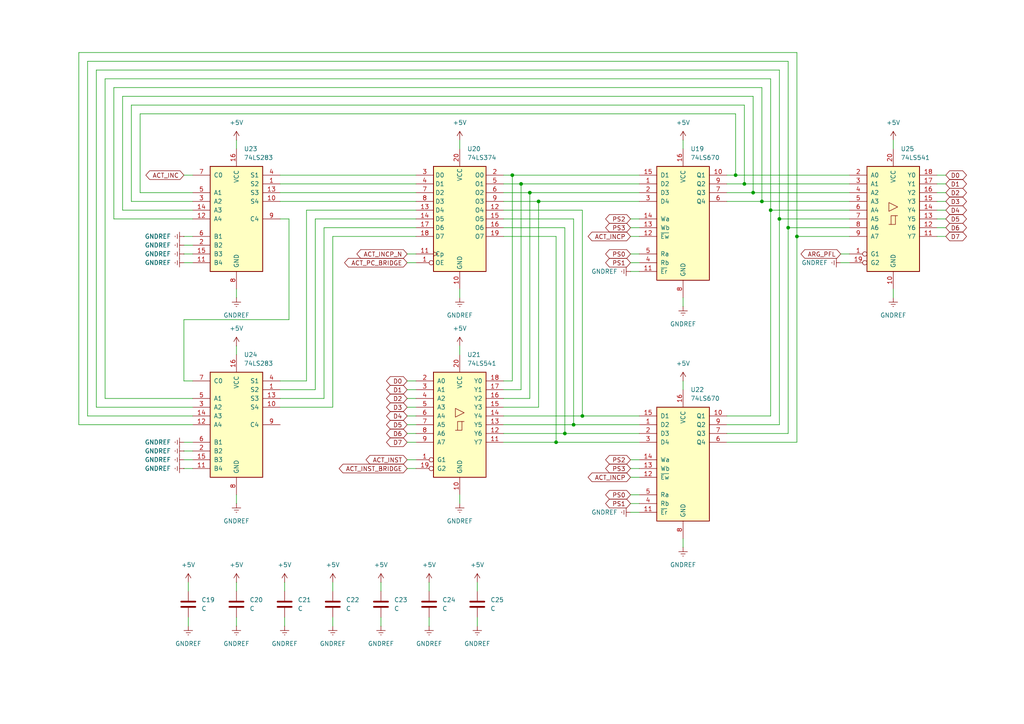
<source format=kicad_sch>
(kicad_sch (version 20250114) (generator "eeschema") (generator_version "9.0")
  (paper "A4")
  (lib_symbols
    (symbol "74xx:74LS283" (pin_names (offset 1.016))
      (property "Reference" "U" (at -7.62 16.51 0))
      (property "Value" "74LS283" (at -7.62 -16.51 0))
      (symbol "74LS283_1_0"
        (pin input line (at -12.7 12.7 0) (length 5.08) (name "C0") (number "7"))
        (pin input line (at -12.7 7.62 0) (length 5.08) (name "A1") (number "5"))
        (pin input line (at -12.7 5.08 0) (length 5.08) (name "A2") (number "3"))
        (pin input line (at -12.7 2.54 0) (length 5.08) (name "A3") (number "14"))
        (pin input line (at -12.7 0 0) (length 5.08) (name "A4") (number "12"))
        (pin input line (at -12.7 -5.08 0) (length 5.08) (name "B1") (number "6"))
        (pin input line (at -12.7 -7.62 0) (length 5.08) (name "B2") (number "2"))
        (pin input line (at -12.7 -10.16 0) (length 5.08) (name "B3") (number "15"))
        (pin input line (at -12.7 -12.7 0) (length 5.08) (name "B4") (number "11"))
        (pin power_in line (at 0 20.32 270) (length 5.08) (name "VCC") (number "16"))
        (pin power_in line (at 0 -20.32 90) (length 5.08) (name "GND") (number "8"))
        (pin output line (at 12.7 12.7 180) (length 5.08) (name "S1") (number "4"))
        (pin output line (at 12.7 10.16 180) (length 5.08) (name "S2") (number "1"))
        (pin output line (at 12.7 7.62 180) (length 5.08) (name "S3") (number "13"))
        (pin output line (at 12.7 5.08 180) (length 5.08) (name "S4") (number "10"))
        (pin output line (at 12.7 0 180) (length 5.08) (name "C4") (number "9"))
      )
      (symbol "74LS283_1_1"
        (rectangle (start -7.62 15.24) (end 7.62 -15.24) (stroke (width 0.254)) (fill (type background)))
      )
    )
    (symbol "74xx:74LS374"
      (property "Reference" "U" (at -7.62 16.51 0))
      (property "Value" "74LS374" (at -7.62 -16.51 0))
      (symbol "74LS374_1_0"
        (pin input line (at -12.7 12.7 0) (length 5.08) (name "D0") (number "3"))
        (pin input line (at -12.7 10.16 0) (length 5.08) (name "D1") (number "4"))
        (pin input line (at -12.7 7.62 0) (length 5.08) (name "D2") (number "7"))
        (pin input line (at -12.7 5.08 0) (length 5.08) (name "D3") (number "8"))
        (pin input line (at -12.7 2.54 0) (length 5.08) (name "D4") (number "13"))
        (pin input line (at -12.7 0 0) (length 5.08) (name "D5") (number "14"))
        (pin input line (at -12.7 -2.54 0) (length 5.08) (name "D6") (number "17"))
        (pin input line (at -12.7 -5.08 0) (length 5.08) (name "D7") (number "18"))
        (pin input clock (at -12.7 -10.16 0) (length 5.08) (name "Cp") (number "11"))
        (pin input inverted (at -12.7 -12.7 0) (length 5.08) (name "OE") (number "1"))
        (pin power_in line (at 0 20.32 270) (length 5.08) (name "VCC") (number "20"))
        (pin power_in line (at 0 -20.32 90) (length 5.08) (name "GND") (number "10"))
        (pin tri_state line (at 12.7 12.7 180) (length 5.08) (name "O0") (number "2"))
        (pin tri_state line (at 12.7 10.16 180) (length 5.08) (name "O1") (number "5"))
        (pin tri_state line (at 12.7 7.62 180) (length 5.08) (name "O2") (number "6"))
        (pin tri_state line (at 12.7 5.08 180) (length 5.08) (name "O3") (number "9"))
        (pin tri_state line (at 12.7 2.54 180) (length 5.08) (name "O4") (number "12"))
        (pin tri_state line (at 12.7 0 180) (length 5.08) (name "O5") (number "15"))
        (pin tri_state line (at 12.7 -2.54 180) (length 5.08) (name "O6") (number "16"))
        (pin tri_state line (at 12.7 -5.08 180) (length 5.08) (name "O7") (number "19"))
      )
      (symbol "74LS374_1_1"
        (rectangle (start -7.62 15.24) (end 7.62 -15.24) (stroke (width 0.254)) (fill (type background)))
      )
    )
    (symbol "74xx:74LS541" (pin_names (offset 1.016))
      (property "Reference" "U" (at -7.62 16.51 0))
      (property "Value" "74LS541" (at -7.62 -16.51 0))
      (symbol "74LS541_1_0"
        (polyline (pts (xy -1.27 -1.6002) (xy 0.635 -1.6002) (xy 0.635 0.9398) (xy 1.27 0.9398)))
        (polyline (pts (xy -0.635 -1.6002) (xy -0.635 0.9398) (xy 0.635 0.9398)))
        (polyline (pts (xy 1.27 3.4798) (xy -1.27 4.7498) (xy -1.27 2.2098) (xy 1.27 3.4798)) (stroke (width 0.1524)))
        (pin input line (at -12.7 12.7 0) (length 5.08) (name "A0") (number "2"))
        (pin input line (at -12.7 10.16 0) (length 5.08) (name "A1") (number "3"))
        (pin input line (at -12.7 7.62 0) (length 5.08) (name "A2") (number "4"))
        (pin input line (at -12.7 5.08 0) (length 5.08) (name "A3") (number "5"))
        (pin input line (at -12.7 2.54 0) (length 5.08) (name "A4") (number "6"))
        (pin input line (at -12.7 0 0) (length 5.08) (name "A5") (number "7"))
        (pin input line (at -12.7 -2.54 0) (length 5.08) (name "A6") (number "8"))
        (pin input line (at -12.7 -5.08 0) (length 5.08) (name "A7") (number "9"))
        (pin input inverted (at -12.7 -10.16 0) (length 5.08) (name "G1") (number "1"))
        (pin input inverted (at -12.7 -12.7 0) (length 5.08) (name "G2") (number "19"))
        (pin power_in line (at 0 20.32 270) (length 5.08) (name "VCC") (number "20"))
        (pin power_in line (at 0 -20.32 90) (length 5.08) (name "GND") (number "10"))
        (pin tri_state line (at 12.7 12.7 180) (length 5.08) (name "Y0") (number "18"))
        (pin tri_state line (at 12.7 10.16 180) (length 5.08) (name "Y1") (number "17"))
        (pin tri_state line (at 12.7 7.62 180) (length 5.08) (name "Y2") (number "16"))
        (pin tri_state line (at 12.7 5.08 180) (length 5.08) (name "Y3") (number "15"))
        (pin tri_state line (at 12.7 2.54 180) (length 5.08) (name "Y4") (number "14"))
        (pin tri_state line (at 12.7 0 180) (length 5.08) (name "Y5") (number "13"))
        (pin tri_state line (at 12.7 -2.54 180) (length 5.08) (name "Y6") (number "12"))
        (pin tri_state line (at 12.7 -5.08 180) (length 5.08) (name "Y7") (number "11"))
      )
      (symbol "74LS541_1_1"
        (rectangle (start -7.62 15.24) (end 7.62 -15.24) (stroke (width 0.254)) (fill (type background)))
      )
    )
    (symbol "74xx:74LS670" (pin_names (offset 1.016))
      (property "Reference" "U" (at -7.62 16.51 0))
      (property "Value" "74LS670" (at -7.62 -19.05 0))
      (symbol "74LS670_1_0"
        (pin input line (at -12.7 12.7 0) (length 5.08) (name "D1") (number "15"))
        (pin input line (at -12.7 10.16 0) (length 5.08) (name "D2") (number "1"))
        (pin input line (at -12.7 7.62 0) (length 5.08) (name "D3") (number "2"))
        (pin input line (at -12.7 5.08 0) (length 5.08) (name "D4") (number "3"))
        (pin input line (at -12.7 0 0) (length 5.08) (name "Wa") (number "14"))
        (pin input line (at -12.7 -2.54 0) (length 5.08) (name "Wb") (number "13"))
        (pin input line (at -12.7 -5.08 0) (length 5.08) (name "~{Ew}") (number "12"))
        (pin input line (at -12.7 -10.16 0) (length 5.08) (name "Ra") (number "5"))
        (pin input line (at -12.7 -12.7 0) (length 5.08) (name "Rb") (number "4"))
        (pin input line (at -12.7 -15.24 0) (length 5.08) (name "~{Er}") (number "11"))
        (pin power_in line (at 0 20.32 270) (length 5.08) (name "VCC") (number "16"))
        (pin power_in line (at 0 -22.86 90) (length 5.08) (name "GND") (number "8"))
        (pin tri_state line (at 12.7 12.7 180) (length 5.08) (name "Q1") (number "10"))
        (pin tri_state line (at 12.7 10.16 180) (length 5.08) (name "Q2") (number "9"))
        (pin tri_state line (at 12.7 7.62 180) (length 5.08) (name "Q3") (number "7"))
        (pin tri_state line (at 12.7 5.08 180) (length 5.08) (name "Q4") (number "6"))
      )
      (symbol "74LS670_1_1"
        (rectangle (start -7.62 15.24) (end 7.62 -17.78) (stroke (width 0.254)) (fill (type background)))
      )
    )
    (symbol "Device:C" (pin_numbers (hide yes)) (pin_names (offset 0.254))
      (property "Reference" "C" (at 0.635 2.54 0))
      (property "Value" "C" (at 0.635 -2.54 0))
      (symbol "C_0_1"
        (polyline (pts (xy -2.032 0.762) (xy 2.032 0.762)) (stroke (width 0.508)))
        (polyline (pts (xy -2.032 -0.762) (xy 2.032 -0.762)) (stroke (width 0.508)))
      )
      (symbol "C_1_1"
        (pin passive line (at 0 3.81 270) (length 2.794) (name "~") (number "1"))
        (pin passive line (at 0 -3.81 90) (length 2.794) (name "~") (number "2"))
      )
    )
    (symbol "power:+5V" (power) (pin_numbers (hide yes)) (pin_names (offset 0) (hide yes))
      (property "Value" "+5V" (at 0 3.556 0))
      (symbol "+5V_0_1"
        (polyline (pts (xy -0.762 1.27) (xy 0 2.54)))
        (polyline (pts (xy 0 2.54) (xy 0.762 1.27)))
        (polyline (pts (xy 0 0) (xy 0 2.54)))
      )
      (symbol "+5V_1_1"
        (pin power_in line (at 0 0 90) (length 0) (name "~") (number "1"))
      )
    )
    (symbol "power:GNDREF" (power) (pin_numbers (hide yes)) (pin_names (offset 0) (hide yes))
      (property "Value" "GNDREF" (at 0 -3.81 0))
      (symbol "GNDREF_0_1"
        (polyline (pts (xy -0.635 -1.905) (xy 0.635 -1.905)))
        (polyline (pts (xy -0.127 -2.54) (xy 0.127 -2.54)))
        (polyline (pts (xy 0 -1.27) (xy 0 0)))
        (polyline (pts (xy 1.27 -1.27) (xy -1.27 -1.27)))
      )
      (symbol "GNDREF_1_1"
        (pin power_in line (at 0 0 270) (length 0) (name "~") (number "1"))
      )
    )
  )
  (junction (at 215.9 53.34))
  (junction (at 168.91 120.65))
  (junction (at 223.52 60.96))
  (junction (at 156.21 58.42))
  (junction (at 161.29 128.27))
  (junction (at 148.59 50.8))
  (junction (at 213.36 50.8))
  (junction (at 163.83 125.73))
  (junction (at 220.98 58.42))
  (junction (at 166.37 123.19))
  (junction (at 228.6 66.04))
  (junction (at 153.67 55.88))
  (junction (at 231.14 68.58))
  (junction (at 151.13 53.34))
  (junction (at 218.44 55.88))
  (junction (at 226.06 63.5))
  (wire (pts (xy 118.11 73.66) (xy 120.65 73.66)))
  (wire (pts (xy 96.52 168.91) (xy 96.52 171.45)))
  (wire (pts (xy 88.9 60.96) (xy 120.65 60.96)))
  (wire (pts (xy 30.48 115.57) (xy 55.88 115.57)))
  (wire (pts (xy 182.88 148.59) (xy 185.42 148.59)))
  (wire (pts (xy 133.35 83.82) (xy 133.35 86.36)))
  (wire (pts (xy 110.49 168.91) (xy 110.49 171.45)))
  (wire (pts (xy 38.1 58.42) (xy 55.88 58.42)))
  (wire (pts (xy 110.49 179.07) (xy 110.49 181.61)))
  (wire (pts (xy 40.64 33.02) (xy 40.64 55.88)))
  (wire (pts (xy 118.11 123.19) (xy 120.65 123.19)))
  (wire (pts (xy 146.05 125.73) (xy 163.83 125.73)))
  (wire (pts (xy 118.11 120.65) (xy 120.65 120.65)))
  (wire (pts (xy 218.44 27.94) (xy 218.44 55.88)))
  (wire (pts (xy 118.11 125.73) (xy 120.65 125.73)))
  (wire (pts (xy 30.48 22.86) (xy 30.48 115.57)))
  (wire (pts (xy 96.52 179.07) (xy 96.52 181.61)))
  (wire (pts (xy 182.88 66.04) (xy 185.42 66.04)))
  (wire (pts (xy 93.98 115.57) (xy 81.28 115.57)))
  (wire (pts (xy 93.98 66.04) (xy 93.98 115.57)))
  (wire (pts (xy 118.11 118.11) (xy 120.65 118.11)))
  (wire (pts (xy 53.34 110.49) (xy 55.88 110.49)))
  (wire (pts (xy 259.08 83.82) (xy 259.08 86.36)))
  (wire (pts (xy 243.84 73.66) (xy 246.38 73.66)))
  (wire (pts (xy 68.58 83.82) (xy 68.58 86.36)))
  (wire (pts (xy 133.35 100.33) (xy 133.35 102.87)))
  (wire (pts (xy 40.64 55.88) (xy 55.88 55.88)))
  (wire (pts (xy 146.05 123.19) (xy 166.37 123.19)))
  (wire (pts (xy 182.88 143.51) (xy 185.42 143.51)))
  (wire (pts (xy 182.88 133.35) (xy 185.42 133.35)))
  (wire (pts (xy 226.06 20.32) (xy 226.06 63.5)))
  (wire (pts (xy 118.11 113.03) (xy 120.65 113.03)))
  (wire (pts (xy 156.21 118.11) (xy 156.21 58.42)))
  (wire (pts (xy 81.28 53.34) (xy 120.65 53.34)))
  (wire (pts (xy 146.05 68.58) (xy 161.29 68.58)))
  (wire (pts (xy 118.11 135.89) (xy 120.65 135.89)))
  (wire (pts (xy 68.58 40.64) (xy 68.58 43.18)))
  (wire (pts (xy 146.05 55.88) (xy 153.67 55.88)))
  (wire (pts (xy 213.36 50.8) (xy 246.38 50.8)))
  (wire (pts (xy 161.29 128.27) (xy 185.42 128.27)))
  (wire (pts (xy 38.1 30.48) (xy 38.1 58.42)))
  (wire (pts (xy 133.35 40.64) (xy 133.35 43.18)))
  (wire (pts (xy 198.12 40.64) (xy 198.12 43.18)))
  (wire (pts (xy 215.9 30.48) (xy 38.1 30.48)))
  (wire (pts (xy 213.36 50.8) (xy 213.36 33.02)))
  (wire (pts (xy 53.34 50.8) (xy 55.88 50.8)))
  (wire (pts (xy 68.58 143.51) (xy 68.58 146.05)))
  (wire (pts (xy 153.67 55.88) (xy 185.42 55.88)))
  (wire (pts (xy 146.05 110.49) (xy 148.59 110.49)))
  (wire (pts (xy 138.43 168.91) (xy 138.43 171.45)))
  (wire (pts (xy 231.14 128.27) (xy 231.14 68.58)))
  (wire (pts (xy 182.88 146.05) (xy 185.42 146.05)))
  (wire (pts (xy 223.52 60.96) (xy 223.52 22.86)))
  (wire (pts (xy 148.59 50.8) (xy 185.42 50.8)))
  (wire (pts (xy 215.9 53.34) (xy 215.9 30.48)))
  (wire (pts (xy 274.32 53.34) (xy 271.78 53.34)))
  (wire (pts (xy 274.32 58.42) (xy 271.78 58.42)))
  (wire (pts (xy 228.6 17.78) (xy 25.4 17.78)))
  (wire (pts (xy 163.83 66.04) (xy 163.83 125.73)))
  (wire (pts (xy 163.83 125.73) (xy 185.42 125.73)))
  (wire (pts (xy 53.34 71.12) (xy 55.88 71.12)))
  (wire (pts (xy 53.34 133.35) (xy 55.88 133.35)))
  (wire (pts (xy 53.34 135.89) (xy 55.88 135.89)))
  (wire (pts (xy 55.88 60.96) (xy 35.56 60.96)))
  (wire (pts (xy 259.08 40.64) (xy 259.08 43.18)))
  (wire (pts (xy 223.52 60.96) (xy 246.38 60.96)))
  (wire (pts (xy 146.05 118.11) (xy 156.21 118.11)))
  (wire (pts (xy 210.82 125.73) (xy 228.6 125.73)))
  (wire (pts (xy 81.28 50.8) (xy 120.65 50.8)))
  (wire (pts (xy 27.94 118.11) (xy 27.94 20.32)))
  (wire (pts (xy 220.98 58.42) (xy 246.38 58.42)))
  (wire (pts (xy 81.28 118.11) (xy 96.52 118.11)))
  (wire (pts (xy 210.82 128.27) (xy 231.14 128.27)))
  (wire (pts (xy 133.35 143.51) (xy 133.35 146.05)))
  (wire (pts (xy 81.28 113.03) (xy 91.44 113.03)))
  (wire (pts (xy 53.34 130.81) (xy 55.88 130.81)))
  (wire (pts (xy 82.55 179.07) (xy 82.55 181.61)))
  (wire (pts (xy 226.06 63.5) (xy 246.38 63.5)))
  (wire (pts (xy 168.91 120.65) (xy 185.42 120.65)))
  (wire (pts (xy 168.91 60.96) (xy 168.91 120.65)))
  (wire (pts (xy 55.88 123.19) (xy 22.86 123.19)))
  (wire (pts (xy 91.44 63.5) (xy 120.65 63.5)))
  (wire (pts (xy 54.61 168.91) (xy 54.61 171.45)))
  (wire (pts (xy 218.44 55.88) (xy 246.38 55.88)))
  (wire (pts (xy 53.34 128.27) (xy 55.88 128.27)))
  (wire (pts (xy 274.32 66.04) (xy 271.78 66.04)))
  (wire (pts (xy 220.98 58.42) (xy 220.98 25.4)))
  (wire (pts (xy 220.98 25.4) (xy 33.02 25.4)))
  (wire (pts (xy 274.32 50.8) (xy 271.78 50.8)))
  (wire (pts (xy 226.06 123.19) (xy 210.82 123.19)))
  (wire (pts (xy 210.82 120.65) (xy 223.52 120.65)))
  (wire (pts (xy 124.46 168.91) (xy 124.46 171.45)))
  (wire (pts (xy 210.82 58.42) (xy 220.98 58.42)))
  (wire (pts (xy 91.44 113.03) (xy 91.44 63.5)))
  (wire (pts (xy 33.02 63.5) (xy 55.88 63.5)))
  (wire (pts (xy 153.67 115.57) (xy 153.67 55.88)))
  (wire (pts (xy 53.34 73.66) (xy 55.88 73.66)))
  (wire (pts (xy 182.88 73.66) (xy 185.42 73.66)))
  (wire (pts (xy 55.88 118.11) (xy 27.94 118.11)))
  (wire (pts (xy 151.13 113.03) (xy 151.13 53.34)))
  (wire (pts (xy 118.11 133.35) (xy 120.65 133.35)))
  (wire (pts (xy 166.37 123.19) (xy 185.42 123.19)))
  (wire (pts (xy 215.9 53.34) (xy 246.38 53.34)))
  (wire (pts (xy 54.61 179.07) (xy 54.61 181.61)))
  (wire (pts (xy 223.52 22.86) (xy 30.48 22.86)))
  (wire (pts (xy 68.58 100.33) (xy 68.58 102.87)))
  (wire (pts (xy 83.82 63.5) (xy 83.82 92.71)))
  (wire (pts (xy 25.4 17.78) (xy 25.4 120.65)))
  (wire (pts (xy 231.14 68.58) (xy 246.38 68.58)))
  (wire (pts (xy 243.84 76.2) (xy 246.38 76.2)))
  (wire (pts (xy 274.32 60.96) (xy 271.78 60.96)))
  (wire (pts (xy 83.82 63.5) (xy 81.28 63.5)))
  (wire (pts (xy 81.28 55.88) (xy 120.65 55.88)))
  (wire (pts (xy 82.55 168.91) (xy 82.55 171.45)))
  (wire (pts (xy 182.88 135.89) (xy 185.42 135.89)))
  (wire (pts (xy 33.02 25.4) (xy 33.02 63.5)))
  (wire (pts (xy 182.88 63.5) (xy 185.42 63.5)))
  (wire (pts (xy 96.52 68.58) (xy 120.65 68.58)))
  (wire (pts (xy 68.58 179.07) (xy 68.58 181.61)))
  (wire (pts (xy 88.9 110.49) (xy 88.9 60.96)))
  (wire (pts (xy 118.11 76.2) (xy 120.65 76.2)))
  (wire (pts (xy 146.05 53.34) (xy 151.13 53.34)))
  (wire (pts (xy 210.82 53.34) (xy 215.9 53.34)))
  (wire (pts (xy 231.14 15.24) (xy 22.86 15.24)))
  (wire (pts (xy 182.88 78.74) (xy 185.42 78.74)))
  (wire (pts (xy 146.05 63.5) (xy 166.37 63.5)))
  (wire (pts (xy 274.32 68.58) (xy 271.78 68.58)))
  (wire (pts (xy 146.05 50.8) (xy 148.59 50.8)))
  (wire (pts (xy 146.05 113.03) (xy 151.13 113.03)))
  (wire (pts (xy 151.13 53.34) (xy 185.42 53.34)))
  (wire (pts (xy 148.59 50.8) (xy 148.59 110.49)))
  (wire (pts (xy 182.88 68.58) (xy 185.42 68.58)))
  (wire (pts (xy 35.56 60.96) (xy 35.56 27.94)))
  (wire (pts (xy 22.86 123.19) (xy 22.86 15.24)))
  (wire (pts (xy 182.88 76.2) (xy 185.42 76.2)))
  (wire (pts (xy 228.6 125.73) (xy 228.6 66.04)))
  (wire (pts (xy 118.11 115.57) (xy 120.65 115.57)))
  (wire (pts (xy 198.12 86.36) (xy 198.12 88.9)))
  (wire (pts (xy 146.05 115.57) (xy 153.67 115.57)))
  (wire (pts (xy 274.32 55.88) (xy 271.78 55.88)))
  (wire (pts (xy 161.29 68.58) (xy 161.29 128.27)))
  (wire (pts (xy 53.34 92.71) (xy 53.34 110.49)))
  (wire (pts (xy 146.05 60.96) (xy 168.91 60.96)))
  (wire (pts (xy 25.4 120.65) (xy 55.88 120.65)))
  (wire (pts (xy 83.82 92.71) (xy 53.34 92.71)))
  (wire (pts (xy 118.11 110.49) (xy 120.65 110.49)))
  (wire (pts (xy 226.06 63.5) (xy 226.06 123.19)))
  (wire (pts (xy 210.82 50.8) (xy 213.36 50.8)))
  (wire (pts (xy 27.94 20.32) (xy 226.06 20.32)))
  (wire (pts (xy 166.37 63.5) (xy 166.37 123.19)))
  (wire (pts (xy 81.28 58.42) (xy 120.65 58.42)))
  (wire (pts (xy 68.58 168.91) (xy 68.58 171.45)))
  (wire (pts (xy 156.21 58.42) (xy 185.42 58.42)))
  (wire (pts (xy 210.82 55.88) (xy 218.44 55.88)))
  (wire (pts (xy 228.6 66.04) (xy 246.38 66.04)))
  (wire (pts (xy 146.05 58.42) (xy 156.21 58.42)))
  (wire (pts (xy 138.43 179.07) (xy 138.43 181.61)))
  (wire (pts (xy 96.52 118.11) (xy 96.52 68.58)))
  (wire (pts (xy 118.11 128.27) (xy 120.65 128.27)))
  (wire (pts (xy 213.36 33.02) (xy 40.64 33.02)))
  (wire (pts (xy 223.52 120.65) (xy 223.52 60.96)))
  (wire (pts (xy 124.46 179.07) (xy 124.46 181.61)))
  (wire (pts (xy 274.32 63.5) (xy 271.78 63.5)))
  (wire (pts (xy 146.05 66.04) (xy 163.83 66.04)))
  (wire (pts (xy 228.6 66.04) (xy 228.6 17.78)))
  (wire (pts (xy 146.05 120.65) (xy 168.91 120.65)))
  (wire (pts (xy 35.56 27.94) (xy 218.44 27.94)))
  (wire (pts (xy 198.12 156.21) (xy 198.12 158.75)))
  (wire (pts (xy 198.12 110.49) (xy 198.12 113.03)))
  (wire (pts (xy 146.05 128.27) (xy 161.29 128.27)))
  (wire (pts (xy 182.88 138.43) (xy 185.42 138.43)))
  (wire (pts (xy 231.14 68.58) (xy 231.14 15.24)))
  (wire (pts (xy 53.34 76.2) (xy 55.88 76.2)))
  (wire (pts (xy 53.34 68.58) (xy 55.88 68.58)))
  (wire (pts (xy 81.28 110.49) (xy 88.9 110.49)))
  (wire (pts (xy 120.65 66.04) (xy 93.98 66.04)))
  (global_label "ACT_INCP_N" (shape bidirectional) (at 118.11 73.66 180) (property "Intersheetrefs" "${INTERSHEET_REFS}" (effects (hide yes))))
  (global_label "D2" (shape bidirectional) (at 274.32 55.88 0) (property "Intersheetrefs" "${INTERSHEET_REFS}" (effects (hide yes))))
  (global_label "D6" (shape bidirectional) (at 118.11 125.73 180) (property "Intersheetrefs" "${INTERSHEET_REFS}" (effects (hide yes))))
  (global_label "D5" (shape bidirectional) (at 274.32 63.5 0) (property "Intersheetrefs" "${INTERSHEET_REFS}" (effects (hide yes))))
  (global_label "D7" (shape bidirectional) (at 274.32 68.58 0) (property "Intersheetrefs" "${INTERSHEET_REFS}" (effects (hide yes))))
  (global_label "PS0" (shape bidirectional) (at 182.88 143.51 180) (property "Intersheetrefs" "${INTERSHEET_REFS}" (effects (hide yes))))
  (global_label "D1" (shape bidirectional) (at 118.11 113.03 180) (property "Intersheetrefs" "${INTERSHEET_REFS}" (effects (hide yes))))
  (global_label "D1" (shape bidirectional) (at 274.32 53.34 0) (property "Intersheetrefs" "${INTERSHEET_REFS}" (effects (hide yes))))
  (global_label "D4" (shape bidirectional) (at 274.32 60.96 0) (property "Intersheetrefs" "${INTERSHEET_REFS}" (effects (hide yes))))
  (global_label "D0" (shape bidirectional) (at 274.32 50.8 0) (property "Intersheetrefs" "${INTERSHEET_REFS}" (effects (hide yes))))
  (global_label "ACT_INCP" (shape bidirectional) (at 182.88 138.43 180) (property "Intersheetrefs" "${INTERSHEET_REFS}" (effects (hide yes))))
  (global_label "PS3" (shape bidirectional) (at 182.88 135.89 180) (property "Intersheetrefs" "${INTERSHEET_REFS}" (effects (hide yes))))
  (global_label "ACT_INST" (shape bidirectional) (at 118.11 133.35 180) (property "Intersheetrefs" "${INTERSHEET_REFS}" (effects (hide yes))))
  (global_label "PS0" (shape bidirectional) (at 182.88 73.66 180) (property "Intersheetrefs" "${INTERSHEET_REFS}" (effects (hide yes))))
  (global_label "PS1" (shape bidirectional) (at 182.88 146.05 180) (property "Intersheetrefs" "${INTERSHEET_REFS}" (effects (hide yes))))
  (global_label "ACT_INC" (shape bidirectional) (at 53.34 50.8 180) (property "Intersheetrefs" "${INTERSHEET_REFS}" (effects (hide yes))))
  (global_label "PS2" (shape bidirectional) (at 182.88 133.35 180) (property "Intersheetrefs" "${INTERSHEET_REFS}" (effects (hide yes))))
  (global_label "D4" (shape bidirectional) (at 118.11 120.65 180) (property "Intersheetrefs" "${INTERSHEET_REFS}" (effects (hide yes))))
  (global_label "D5" (shape bidirectional) (at 118.11 123.19 180) (property "Intersheetrefs" "${INTERSHEET_REFS}" (effects (hide yes))))
  (global_label "PS3" (shape bidirectional) (at 182.88 66.04 180) (property "Intersheetrefs" "${INTERSHEET_REFS}" (effects (hide yes))))
  (global_label "ACT_INCP" (shape bidirectional) (at 182.88 68.58 180) (property "Intersheetrefs" "${INTERSHEET_REFS}" (effects (hide yes))))
  (global_label "ARG_PFL" (shape bidirectional) (at 243.84 73.66 180) (property "Intersheetrefs" "${INTERSHEET_REFS}" (effects (hide yes))))
  (global_label "D7" (shape bidirectional) (at 118.11 128.27 180) (property "Intersheetrefs" "${INTERSHEET_REFS}" (effects (hide yes))))
  (global_label "D2" (shape bidirectional) (at 118.11 115.57 180) (property "Intersheetrefs" "${INTERSHEET_REFS}" (effects (hide yes))))
  (global_label "D3" (shape bidirectional) (at 274.32 58.42 0) (property "Intersheetrefs" "${INTERSHEET_REFS}" (effects (hide yes))))
  (global_label "ACT_INST_BRIDGE" (shape bidirectional) (at 118.11 135.89 180) (property "Intersheetrefs" "${INTERSHEET_REFS}" (effects (hide yes))))
  (global_label "ACT_PC_BRIDGE" (shape bidirectional) (at 118.11 76.2 180) (property "Intersheetrefs" "${INTERSHEET_REFS}" (effects (hide yes))))
  (global_label "PS2" (shape bidirectional) (at 182.88 63.5 180) (property "Intersheetrefs" "${INTERSHEET_REFS}" (effects (hide yes))))
  (global_label "PS1" (shape bidirectional) (at 182.88 76.2 180) (property "Intersheetrefs" "${INTERSHEET_REFS}" (effects (hide yes))))
  (global_label "D0" (shape bidirectional) (at 118.11 110.49 180) (property "Intersheetrefs" "${INTERSHEET_REFS}" (effects (hide yes))))
  (global_label "D6" (shape bidirectional) (at 274.32 66.04 0) (property "Intersheetrefs" "${INTERSHEET_REFS}" (effects (hide yes))))
  (global_label "D3" (shape bidirectional) (at 118.11 118.11 180) (property "Intersheetrefs" "${INTERSHEET_REFS}" (effects (hide yes))))
  (symbol (lib_id "power:GNDREF") (at 53.34 135.89 270) (unit 1)
    (property "Reference" "#PWR0114" (effects (hide yes)))
    (property "Value" "GNDREF" (at 49.5753 135.8899 90) (effects (justify right)))
    (property "Description" "Power symbol creates a global label with name \"GNDREF\" , reference supply ground" (effects (hide yes)))
  )
  (symbol (lib_id "Device:C") (at 138.43 175.26 0) (unit 1)
    (property "Reference" "C25" (at 142.24 173.9899 0) (effects (justify left)))
    (property "Value" "C" (at 142.24 176.5299 0) (effects (justify left)))
    (property "Description" "Unpolarized capacitor" (effects (hide yes)))
  )
  (symbol (lib_id "74xx:74LS670") (at 198.12 133.35 0) (unit 1)
    (property "Reference" "U22" (at 200.2633 113.03 0) (effects (justify left)))
    (property "Value" "74LS670" (at 200.2633 115.57 0) (effects (justify left)))
    (property "Datasheet" "http://www.ti.com/lit/gpn/sn74LS670" (effects (hide yes)))
    (property "Description" "4 x 4 Register Files 3-State Outputs" (effects (hide yes)))
  )
  (symbol (lib_id "power:GNDREF") (at 182.88 148.59 270) (unit 1)
    (property "Reference" "#PWR0120" (effects (hide yes)))
    (property "Value" "GNDREF" (at 179.1153 148.5899 90) (effects (justify right)))
    (property "Description" "Power symbol creates a global label with name \"GNDREF\" , reference supply ground" (effects (hide yes)))
  )
  (symbol (lib_id "power:GNDREF") (at 182.88 78.74 270) (unit 1)
    (property "Reference" "#PWR0119" (effects (hide yes)))
    (property "Value" "GNDREF" (at 179.1153 78.7399 90) (effects (justify right)))
    (property "Description" "Power symbol creates a global label with name \"GNDREF\" , reference supply ground" (effects (hide yes)))
  )
  (symbol (lib_id "power:GNDREF") (at 68.58 146.05 0) (unit 1)
    (property "Reference" "#PWR0107" (effects (hide yes)))
    (property "Value" "GNDREF" (at 68.58 151.13 0))
    (property "Description" "Power symbol creates a global label with name \"GNDREF\" , reference supply ground" (effects (hide yes)))
  )
  (symbol (lib_id "Device:C") (at 68.58 175.26 0) (unit 1)
    (property "Reference" "C20" (at 72.39 173.9899 0) (effects (justify left)))
    (property "Value" "C" (at 72.39 176.5299 0) (effects (justify left)))
    (property "Description" "Unpolarized capacitor" (effects (hide yes)))
  )
  (symbol (lib_id "74xx:74LS283") (at 68.58 63.5 0) (unit 1)
    (property "Reference" "U23" (at 70.7233 43.18 0) (effects (justify left)))
    (property "Value" "74LS283" (at 70.7233 45.72 0) (effects (justify left)))
    (property "Datasheet" "http://www.ti.com/lit/gpn/sn74LS283" (effects (hide yes)))
    (property "Description" "4-bit full Adder" (effects (hide yes)))
  )
  (symbol (lib_id "power:+5V") (at 96.52 168.91 0) (unit 1)
    (property "Reference" "#PWR0127" (effects (hide yes)))
    (property "Value" "+5V" (at 96.52 163.83 0))
    (property "Description" "Power symbol creates a global label with name \"+5V\"" (effects (hide yes)))
  )
  (symbol (lib_id "power:GNDREF") (at 53.34 128.27 270) (unit 1)
    (property "Reference" "#PWR0111" (effects (hide yes)))
    (property "Value" "GNDREF" (at 49.5753 128.2699 90) (effects (justify right)))
    (property "Description" "Power symbol creates a global label with name \"GNDREF\" , reference supply ground" (effects (hide yes)))
  )
  (symbol (lib_id "power:GNDREF") (at 53.34 71.12 270) (unit 1)
    (property "Reference" "#PWR0116" (effects (hide yes)))
    (property "Value" "GNDREF" (at 49.5753 71.1199 90) (effects (justify right)))
    (property "Description" "Power symbol creates a global label with name \"GNDREF\" , reference supply ground" (effects (hide yes)))
  )
  (symbol (lib_id "power:GNDREF") (at 68.58 181.61 0) (unit 1)
    (property "Reference" "#PWR0124" (effects (hide yes)))
    (property "Value" "GNDREF" (at 68.58 186.69 0))
    (property "Description" "Power symbol creates a global label with name \"GNDREF\" , reference supply ground" (effects (hide yes)))
  )
  (symbol (lib_id "power:GNDREF") (at 68.58 86.36 0) (unit 1)
    (property "Reference" "#PWR0108" (effects (hide yes)))
    (property "Value" "GNDREF" (at 68.58 91.44 0))
    (property "Description" "Power symbol creates a global label with name \"GNDREF\" , reference supply ground" (effects (hide yes)))
  )
  (symbol (lib_id "Device:C") (at 82.55 175.26 0) (unit 1)
    (property "Reference" "C21" (at 86.36 173.9899 0) (effects (justify left)))
    (property "Value" "C" (at 86.36 176.5299 0) (effects (justify left)))
    (property "Description" "Unpolarized capacitor" (effects (hide yes)))
  )
  (symbol (lib_id "power:GNDREF") (at 138.43 181.61 0) (unit 1)
    (property "Reference" "#PWR0134" (effects (hide yes)))
    (property "Value" "GNDREF" (at 138.43 186.69 0))
    (property "Description" "Power symbol creates a global label with name \"GNDREF\" , reference supply ground" (effects (hide yes)))
  )
  (symbol (lib_id "power:+5V") (at 198.12 40.64 0) (unit 1)
    (property "Reference" "#PWR097" (effects (hide yes)))
    (property "Value" "+5V" (at 198.12 35.56 0))
    (property "Description" "Power symbol creates a global label with name \"+5V\"" (effects (hide yes)))
  )
  (symbol (lib_id "74xx:74LS374") (at 133.35 63.5 0) (unit 1)
    (property "Reference" "U20" (at 135.4933 43.18 0) (effects (justify left)))
    (property "Value" "74LS374" (at 135.4933 45.72 0) (effects (justify left)))
    (property "Datasheet" "http://www.ti.com/lit/gpn/sn74LS374" (effects (hide yes)))
    (property "Description" "8-bit Register, 3-state outputs" (effects (hide yes)))
  )
  (symbol (lib_id "power:GNDREF") (at 110.49 181.61 0) (unit 1)
    (property "Reference" "#PWR0130" (effects (hide yes)))
    (property "Value" "GNDREF" (at 110.49 186.69 0))
    (property "Description" "Power symbol creates a global label with name \"GNDREF\" , reference supply ground" (effects (hide yes)))
  )
  (symbol (lib_id "power:+5V") (at 68.58 100.33 0) (unit 1)
    (property "Reference" "#PWR0110" (effects (hide yes)))
    (property "Value" "+5V" (at 68.58 95.25 0))
    (property "Description" "Power symbol creates a global label with name \"+5V\"" (effects (hide yes)))
  )
  (symbol (lib_id "power:GNDREF") (at 53.34 76.2 270) (unit 1)
    (property "Reference" "#PWR0118" (effects (hide yes)))
    (property "Value" "GNDREF" (at 49.5753 76.1999 90) (effects (justify right)))
    (property "Description" "Power symbol creates a global label with name \"GNDREF\" , reference supply ground" (effects (hide yes)))
  )
  (symbol (lib_id "power:+5V") (at 198.12 110.49 0) (unit 1)
    (property "Reference" "#PWR0103" (effects (hide yes)))
    (property "Value" "+5V" (at 198.12 105.41 0))
    (property "Description" "Power symbol creates a global label with name \"+5V\"" (effects (hide yes)))
  )
  (symbol (lib_id "Device:C") (at 96.52 175.26 0) (unit 1)
    (property "Reference" "C22" (at 100.33 173.9899 0) (effects (justify left)))
    (property "Value" "C" (at 100.33 176.5299 0) (effects (justify left)))
    (property "Description" "Unpolarized capacitor" (effects (hide yes)))
  )
  (symbol (lib_id "74xx:74LS541") (at 259.08 63.5 0) (unit 1)
    (property "Reference" "U25" (at 261.2233 43.18 0) (effects (justify left)))
    (property "Value" "74LS541" (at 261.2233 45.72 0) (effects (justify left)))
    (property "Datasheet" "http://www.ti.com/lit/gpn/sn74LS541" (effects (hide yes)))
    (property "Description" "8-bit Buffer/Line Driver 3-state outputs" (effects (hide yes)))
  )
  (symbol (lib_id "power:+5V") (at 259.08 40.64 0) (unit 1)
    (property "Reference" "#PWR0105" (effects (hide yes)))
    (property "Value" "+5V" (at 259.08 35.56 0))
    (property "Description" "Power symbol creates a global label with name \"+5V\"" (effects (hide yes)))
  )
  (symbol (lib_id "Device:C") (at 110.49 175.26 0) (unit 1)
    (property "Reference" "C23" (at 114.3 173.9899 0) (effects (justify left)))
    (property "Value" "C" (at 114.3 176.5299 0) (effects (justify left)))
    (property "Description" "Unpolarized capacitor" (effects (hide yes)))
  )
  (symbol (lib_id "power:GNDREF") (at 198.12 88.9 0) (unit 1)
    (property "Reference" "#PWR098" (effects (hide yes)))
    (property "Value" "GNDREF" (at 198.12 93.98 0))
    (property "Description" "Power symbol creates a global label with name \"GNDREF\" , reference supply ground" (effects (hide yes)))
  )
  (symbol (lib_id "Device:C") (at 124.46 175.26 0) (unit 1)
    (property "Reference" "C24" (at 128.27 173.9899 0) (effects (justify left)))
    (property "Value" "C" (at 128.27 176.5299 0) (effects (justify left)))
    (property "Description" "Unpolarized capacitor" (effects (hide yes)))
  )
  (symbol (lib_id "74xx:74LS541") (at 133.35 123.19 0) (unit 1)
    (property "Reference" "U21" (at 135.4933 102.87 0) (effects (justify left)))
    (property "Value" "74LS541" (at 135.4933 105.41 0) (effects (justify left)))
    (property "Datasheet" "http://www.ti.com/lit/gpn/sn74LS541" (effects (hide yes)))
    (property "Description" "8-bit Buffer/Line Driver 3-state outputs" (effects (hide yes)))
  )
  (symbol (lib_id "power:+5V") (at 68.58 40.64 0) (unit 1)
    (property "Reference" "#PWR0109" (effects (hide yes)))
    (property "Value" "+5V" (at 68.58 35.56 0))
    (property "Description" "Power symbol creates a global label with name \"+5V\"" (effects (hide yes)))
  )
  (symbol (lib_id "power:GNDREF") (at 54.61 181.61 0) (unit 1)
    (property "Reference" "#PWR0122" (effects (hide yes)))
    (property "Value" "GNDREF" (at 54.61 186.69 0))
    (property "Description" "Power symbol creates a global label with name \"GNDREF\" , reference supply ground" (effects (hide yes)))
  )
  (symbol (lib_id "power:GNDREF") (at 198.12 158.75 0) (unit 1)
    (property "Reference" "#PWR0104" (effects (hide yes)))
    (property "Value" "GNDREF" (at 198.12 163.83 0))
    (property "Description" "Power symbol creates a global label with name \"GNDREF\" , reference supply ground" (effects (hide yes)))
  )
  (symbol (lib_id "power:+5V") (at 133.35 40.64 0) (unit 1)
    (property "Reference" "#PWR099" (effects (hide yes)))
    (property "Value" "+5V" (at 133.35 35.56 0))
    (property "Description" "Power symbol creates a global label with name \"+5V\"" (effects (hide yes)))
  )
  (symbol (lib_id "power:+5V") (at 133.35 100.33 0) (unit 1)
    (property "Reference" "#PWR0101" (effects (hide yes)))
    (property "Value" "+5V" (at 133.35 95.25 0))
    (property "Description" "Power symbol creates a global label with name \"+5V\"" (effects (hide yes)))
  )
  (symbol (lib_id "power:GNDREF") (at 53.34 130.81 270) (unit 1)
    (property "Reference" "#PWR0112" (effects (hide yes)))
    (property "Value" "GNDREF" (at 49.5753 130.8099 90) (effects (justify right)))
    (property "Description" "Power symbol creates a global label with name \"GNDREF\" , reference supply ground" (effects (hide yes)))
  )
  (symbol (lib_id "74xx:74LS283") (at 68.58 123.19 0) (unit 1)
    (property "Reference" "U24" (at 70.7233 102.87 0) (effects (justify left)))
    (property "Value" "74LS283" (at 70.7233 105.41 0) (effects (justify left)))
    (property "Datasheet" "http://www.ti.com/lit/gpn/sn74LS283" (effects (hide yes)))
    (property "Description" "4-bit full Adder" (effects (hide yes)))
  )
  (symbol (lib_id "power:+5V") (at 124.46 168.91 0) (unit 1)
    (property "Reference" "#PWR0131" (effects (hide yes)))
    (property "Value" "+5V" (at 124.46 163.83 0))
    (property "Description" "Power symbol creates a global label with name \"+5V\"" (effects (hide yes)))
  )
  (symbol (lib_id "power:GNDREF") (at 124.46 181.61 0) (unit 1)
    (property "Reference" "#PWR0132" (effects (hide yes)))
    (property "Value" "GNDREF" (at 124.46 186.69 0))
    (property "Description" "Power symbol creates a global label with name \"GNDREF\" , reference supply ground" (effects (hide yes)))
  )
  (symbol (lib_id "power:+5V") (at 138.43 168.91 0) (unit 1)
    (property "Reference" "#PWR0133" (effects (hide yes)))
    (property "Value" "+5V" (at 138.43 163.83 0))
    (property "Description" "Power symbol creates a global label with name \"+5V\"" (effects (hide yes)))
  )
  (symbol (lib_id "power:GNDREF") (at 133.35 86.36 0) (unit 1)
    (property "Reference" "#PWR0100" (effects (hide yes)))
    (property "Value" "GNDREF" (at 133.35 91.44 0))
    (property "Description" "Power symbol creates a global label with name \"GNDREF\" , reference supply ground" (effects (hide yes)))
  )
  (symbol (lib_id "power:GNDREF") (at 53.34 68.58 270) (unit 1)
    (property "Reference" "#PWR0115" (effects (hide yes)))
    (property "Value" "GNDREF" (at 49.5753 68.5799 90) (effects (justify right)))
    (property "Description" "Power symbol creates a global label with name \"GNDREF\" , reference supply ground" (effects (hide yes)))
  )
  (symbol (lib_id "Device:C") (at 54.61 175.26 0) (unit 1)
    (property "Reference" "C19" (at 58.42 173.9899 0) (effects (justify left)))
    (property "Value" "C" (at 58.42 176.5299 0) (effects (justify left)))
    (property "Description" "Unpolarized capacitor" (effects (hide yes)))
  )
  (symbol (lib_id "power:GNDREF") (at 96.52 181.61 0) (unit 1)
    (property "Reference" "#PWR0128" (effects (hide yes)))
    (property "Value" "GNDREF" (at 96.52 186.69 0))
    (property "Description" "Power symbol creates a global label with name \"GNDREF\" , reference supply ground" (effects (hide yes)))
  )
  (symbol (lib_id "power:+5V") (at 110.49 168.91 0) (unit 1)
    (property "Reference" "#PWR0129" (effects (hide yes)))
    (property "Value" "+5V" (at 110.49 163.83 0))
    (property "Description" "Power symbol creates a global label with name \"+5V\"" (effects (hide yes)))
  )
  (symbol (lib_id "power:GNDREF") (at 82.55 181.61 0) (unit 1)
    (property "Reference" "#PWR0126" (effects (hide yes)))
    (property "Value" "GNDREF" (at 82.55 186.69 0))
    (property "Description" "Power symbol creates a global label with name \"GNDREF\" , reference supply ground" (effects (hide yes)))
  )
  (symbol (lib_id "power:GNDREF") (at 133.35 146.05 0) (unit 1)
    (property "Reference" "#PWR0102" (effects (hide yes)))
    (property "Value" "GNDREF" (at 133.35 151.13 0))
    (property "Description" "Power symbol creates a global label with name \"GNDREF\" , reference supply ground" (effects (hide yes)))
  )
  (symbol (lib_id "power:+5V") (at 54.61 168.91 0) (unit 1)
    (property "Reference" "#PWR0121" (effects (hide yes)))
    (property "Value" "+5V" (at 54.61 163.83 0))
    (property "Description" "Power symbol creates a global label with name \"+5V\"" (effects (hide yes)))
  )
  (symbol (lib_id "power:GNDREF") (at 53.34 73.66 270) (unit 1)
    (property "Reference" "#PWR0117" (effects (hide yes)))
    (property "Value" "GNDREF" (at 49.5753 73.6599 90) (effects (justify right)))
    (property "Description" "Power symbol creates a global label with name \"GNDREF\" , reference supply ground" (effects (hide yes)))
  )
  (symbol (lib_id "power:+5V") (at 68.58 168.91 0) (unit 1)
    (property "Reference" "#PWR0123" (effects (hide yes)))
    (property "Value" "+5V" (at 68.58 163.83 0))
    (property "Description" "Power symbol creates a global label with name \"+5V\"" (effects (hide yes)))
  )
  (symbol (lib_id "power:GNDREF") (at 243.84 76.2 270) (unit 1)
    (property "Reference" "#PWR0135" (effects (hide yes)))
    (property "Value" "GNDREF" (at 240.0753 76.1999 90) (effects (justify right)))
    (property "Description" "Power symbol creates a global label with name \"GNDREF\" , reference supply ground" (effects (hide yes)))
  )
  (symbol (lib_id "power:GNDREF") (at 259.08 86.36 0) (unit 1)
    (property "Reference" "#PWR0106" (effects (hide yes)))
    (property "Value" "GNDREF" (at 259.08 91.44 0))
    (property "Description" "Power symbol creates a global label with name \"GNDREF\" , reference supply ground" (effects (hide yes)))
  )
  (symbol (lib_id "power:GNDREF") (at 53.34 133.35 270) (unit 1)
    (property "Reference" "#PWR0113" (effects (hide yes)))
    (property "Value" "GNDREF" (at 49.5753 133.3499 90) (effects (justify right)))
    (property "Description" "Power symbol creates a global label with name \"GNDREF\" , reference supply ground" (effects (hide yes)))
  )
  (symbol (lib_id "74xx:74LS670") (at 198.12 63.5 0) (unit 1)
    (property "Reference" "U19" (at 200.2633 43.18 0) (effects (justify left)))
    (property "Value" "74LS670" (at 200.2633 45.72 0) (effects (justify left)))
    (property "Datasheet" "http://www.ti.com/lit/gpn/sn74LS670" (effects (hide yes)))
    (property "Description" "4 x 4 Register Files 3-State Outputs" (effects (hide yes)))
  )
  (symbol (lib_id "power:+5V") (at 82.55 168.91 0) (unit 1)
    (property "Reference" "#PWR0125" (effects (hide yes)))
    (property "Value" "+5V" (at 82.55 163.83 0))
    (property "Description" "Power symbol creates a global label with name \"+5V\"" (effects (hide yes)))
  )
)
</source>
